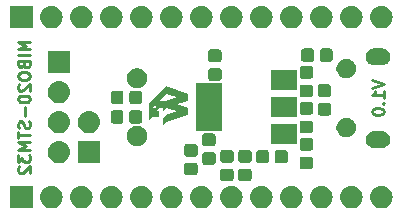
<source format=gbs>
G04 #@! TF.GenerationSoftware,KiCad,Pcbnew,(5.0.0)*
G04 #@! TF.CreationDate,2018-10-21T19:05:11+02:00*
G04 #@! TF.ProjectId,mibo20_stm32,6D69626F32305F73746D33322E6B6963,V1.0*
G04 #@! TF.SameCoordinates,PX8198450PY53920b0*
G04 #@! TF.FileFunction,Soldermask,Bot*
G04 #@! TF.FilePolarity,Negative*
%FSLAX46Y46*%
G04 Gerber Fmt 4.6, Leading zero omitted, Abs format (unit mm)*
G04 Created by KiCad (PCBNEW (5.0.0)) date 10/21/18 19:05:11*
%MOMM*%
%LPD*%
G01*
G04 APERTURE LIST*
%ADD10C,0.100000*%
%ADD11C,0.250000*%
G04 APERTURE END LIST*
D10*
G36*
X13536000Y-7142000D02*
X15336000Y-7742000D01*
X15336000Y-8342000D01*
X14436000Y-8642000D01*
X15336000Y-8942000D01*
X15336000Y-9542000D01*
X13536000Y-10142000D01*
X13536000Y-9542000D01*
X14436000Y-9242000D01*
X13536000Y-8942000D01*
X13536000Y-8342000D01*
X14436000Y-8042000D01*
X13536000Y-7742000D01*
X13536000Y-7142000D01*
G37*
G36*
X12636000Y-8942000D02*
X12336000Y-8942000D01*
X12336000Y-9742000D01*
X12936000Y-9742000D01*
X12936000Y-9242000D01*
X12636000Y-9242000D01*
X12636000Y-8942000D01*
G37*
G36*
X13536000Y-8342000D02*
X12936000Y-8342000D01*
X12936000Y-8942000D01*
X13236000Y-8942000D01*
X13236000Y-8642000D01*
X13536000Y-8342000D01*
G37*
G36*
X13536000Y-8342000D02*
X13536000Y-8942000D01*
X13236000Y-9242000D01*
X13236000Y-8642000D01*
X13536000Y-8342000D01*
G37*
G36*
X13536000Y-7742000D02*
X12936000Y-8342000D01*
X12936000Y-8942000D01*
X12636000Y-9242000D01*
X12636000Y-8642000D01*
X12336000Y-8942000D01*
X12336000Y-9742000D01*
X12036000Y-10042000D01*
X12036000Y-8642000D01*
X13536000Y-7142000D01*
X13536000Y-7742000D01*
G37*
G36*
X13536000Y-9542000D02*
X13536000Y-10142000D01*
X13236000Y-10442000D01*
X13236000Y-9842000D01*
X13536000Y-9542000D01*
G37*
D11*
X30948380Y-6604190D02*
X31948380Y-6937523D01*
X30948380Y-7270857D01*
X31948380Y-8128000D02*
X31948380Y-7556571D01*
X31948380Y-7842285D02*
X30948380Y-7842285D01*
X31091238Y-7747047D01*
X31186476Y-7651809D01*
X31234095Y-7556571D01*
X31853142Y-8556571D02*
X31900761Y-8604190D01*
X31948380Y-8556571D01*
X31900761Y-8508952D01*
X31853142Y-8556571D01*
X31948380Y-8556571D01*
X30948380Y-9223238D02*
X30948380Y-9318476D01*
X30996000Y-9413714D01*
X31043619Y-9461333D01*
X31138857Y-9508952D01*
X31329333Y-9556571D01*
X31567428Y-9556571D01*
X31757904Y-9508952D01*
X31853142Y-9461333D01*
X31900761Y-9413714D01*
X31948380Y-9318476D01*
X31948380Y-9223238D01*
X31900761Y-9128000D01*
X31853142Y-9080380D01*
X31757904Y-9032761D01*
X31567428Y-8985142D01*
X31329333Y-8985142D01*
X31138857Y-9032761D01*
X31043619Y-9080380D01*
X30996000Y-9128000D01*
X30948380Y-9223238D01*
X1976380Y-3342380D02*
X976380Y-3342380D01*
X1690666Y-3675714D01*
X976380Y-4009047D01*
X1976380Y-4009047D01*
X1976380Y-4485238D02*
X976380Y-4485238D01*
X1452571Y-5294761D02*
X1500190Y-5437619D01*
X1547809Y-5485238D01*
X1643047Y-5532857D01*
X1785904Y-5532857D01*
X1881142Y-5485238D01*
X1928761Y-5437619D01*
X1976380Y-5342380D01*
X1976380Y-4961428D01*
X976380Y-4961428D01*
X976380Y-5294761D01*
X1024000Y-5390000D01*
X1071619Y-5437619D01*
X1166857Y-5485238D01*
X1262095Y-5485238D01*
X1357333Y-5437619D01*
X1404952Y-5390000D01*
X1452571Y-5294761D01*
X1452571Y-4961428D01*
X976380Y-6151904D02*
X976380Y-6342380D01*
X1024000Y-6437619D01*
X1119238Y-6532857D01*
X1309714Y-6580476D01*
X1643047Y-6580476D01*
X1833523Y-6532857D01*
X1928761Y-6437619D01*
X1976380Y-6342380D01*
X1976380Y-6151904D01*
X1928761Y-6056666D01*
X1833523Y-5961428D01*
X1643047Y-5913809D01*
X1309714Y-5913809D01*
X1119238Y-5961428D01*
X1024000Y-6056666D01*
X976380Y-6151904D01*
X1071619Y-6961428D02*
X1024000Y-7009047D01*
X976380Y-7104285D01*
X976380Y-7342380D01*
X1024000Y-7437619D01*
X1071619Y-7485238D01*
X1166857Y-7532857D01*
X1262095Y-7532857D01*
X1404952Y-7485238D01*
X1976380Y-6913809D01*
X1976380Y-7532857D01*
X976380Y-8151904D02*
X976380Y-8247142D01*
X1024000Y-8342380D01*
X1071619Y-8390000D01*
X1166857Y-8437619D01*
X1357333Y-8485238D01*
X1595428Y-8485238D01*
X1785904Y-8437619D01*
X1881142Y-8390000D01*
X1928761Y-8342380D01*
X1976380Y-8247142D01*
X1976380Y-8151904D01*
X1928761Y-8056666D01*
X1881142Y-8009047D01*
X1785904Y-7961428D01*
X1595428Y-7913809D01*
X1357333Y-7913809D01*
X1166857Y-7961428D01*
X1071619Y-8009047D01*
X1024000Y-8056666D01*
X976380Y-8151904D01*
X1595428Y-8913809D02*
X1595428Y-9675714D01*
X1928761Y-10104285D02*
X1976380Y-10247142D01*
X1976380Y-10485238D01*
X1928761Y-10580476D01*
X1881142Y-10628095D01*
X1785904Y-10675714D01*
X1690666Y-10675714D01*
X1595428Y-10628095D01*
X1547809Y-10580476D01*
X1500190Y-10485238D01*
X1452571Y-10294761D01*
X1404952Y-10199523D01*
X1357333Y-10151904D01*
X1262095Y-10104285D01*
X1166857Y-10104285D01*
X1071619Y-10151904D01*
X1024000Y-10199523D01*
X976380Y-10294761D01*
X976380Y-10532857D01*
X1024000Y-10675714D01*
X976380Y-10961428D02*
X976380Y-11532857D01*
X1976380Y-11247142D02*
X976380Y-11247142D01*
X1976380Y-11866190D02*
X976380Y-11866190D01*
X1690666Y-12199523D01*
X976380Y-12532857D01*
X1976380Y-12532857D01*
X976380Y-12913809D02*
X976380Y-13532857D01*
X1357333Y-13199523D01*
X1357333Y-13342380D01*
X1404952Y-13437619D01*
X1452571Y-13485238D01*
X1547809Y-13532857D01*
X1785904Y-13532857D01*
X1881142Y-13485238D01*
X1928761Y-13437619D01*
X1976380Y-13342380D01*
X1976380Y-13056666D01*
X1928761Y-12961428D01*
X1881142Y-12913809D01*
X1071619Y-13913809D02*
X1024000Y-13961428D01*
X976380Y-14056666D01*
X976380Y-14294761D01*
X1024000Y-14390000D01*
X1071619Y-14437619D01*
X1166857Y-14485238D01*
X1262095Y-14485238D01*
X1404952Y-14437619D01*
X1976380Y-13866190D01*
X1976380Y-14485238D01*
D10*
G36*
X16696233Y-15573746D02*
X16875309Y-15628068D01*
X17040346Y-15716282D01*
X17185002Y-15834999D01*
X17303719Y-15979655D01*
X17391933Y-16144692D01*
X17446255Y-16323768D01*
X17464597Y-16510000D01*
X17446255Y-16696232D01*
X17391933Y-16875308D01*
X17303719Y-17040345D01*
X17185002Y-17185001D01*
X17040346Y-17303718D01*
X17040344Y-17303719D01*
X16875309Y-17391932D01*
X16696233Y-17446254D01*
X16556667Y-17460000D01*
X16463335Y-17460000D01*
X16323769Y-17446254D01*
X16144693Y-17391932D01*
X15979658Y-17303719D01*
X15979656Y-17303718D01*
X15835000Y-17185001D01*
X15716283Y-17040345D01*
X15628069Y-16875308D01*
X15573747Y-16696232D01*
X15555405Y-16510000D01*
X15573747Y-16323768D01*
X15628069Y-16144692D01*
X15716283Y-15979655D01*
X15835000Y-15834999D01*
X15979656Y-15716282D01*
X16144693Y-15628068D01*
X16323769Y-15573746D01*
X16463335Y-15560000D01*
X16556667Y-15560000D01*
X16696233Y-15573746D01*
X16696233Y-15573746D01*
G37*
G36*
X29396233Y-15573746D02*
X29575309Y-15628068D01*
X29740346Y-15716282D01*
X29885002Y-15834999D01*
X30003719Y-15979655D01*
X30091933Y-16144692D01*
X30146255Y-16323768D01*
X30164597Y-16510000D01*
X30146255Y-16696232D01*
X30091933Y-16875308D01*
X30003719Y-17040345D01*
X29885002Y-17185001D01*
X29740346Y-17303718D01*
X29740344Y-17303719D01*
X29575309Y-17391932D01*
X29396233Y-17446254D01*
X29256667Y-17460000D01*
X29163335Y-17460000D01*
X29023769Y-17446254D01*
X28844693Y-17391932D01*
X28679658Y-17303719D01*
X28679656Y-17303718D01*
X28535000Y-17185001D01*
X28416283Y-17040345D01*
X28328069Y-16875308D01*
X28273747Y-16696232D01*
X28255405Y-16510000D01*
X28273747Y-16323768D01*
X28328069Y-16144692D01*
X28416283Y-15979655D01*
X28535000Y-15834999D01*
X28679656Y-15716282D01*
X28844693Y-15628068D01*
X29023769Y-15573746D01*
X29163335Y-15560000D01*
X29256667Y-15560000D01*
X29396233Y-15573746D01*
X29396233Y-15573746D01*
G37*
G36*
X2220001Y-17460000D02*
X320001Y-17460000D01*
X320001Y-15560000D01*
X2220001Y-15560000D01*
X2220001Y-17460000D01*
X2220001Y-17460000D01*
G37*
G36*
X3996233Y-15573746D02*
X4175309Y-15628068D01*
X4340346Y-15716282D01*
X4485002Y-15834999D01*
X4603719Y-15979655D01*
X4691933Y-16144692D01*
X4746255Y-16323768D01*
X4764597Y-16510000D01*
X4746255Y-16696232D01*
X4691933Y-16875308D01*
X4603719Y-17040345D01*
X4485002Y-17185001D01*
X4340346Y-17303718D01*
X4340344Y-17303719D01*
X4175309Y-17391932D01*
X3996233Y-17446254D01*
X3856667Y-17460000D01*
X3763335Y-17460000D01*
X3623769Y-17446254D01*
X3444693Y-17391932D01*
X3279658Y-17303719D01*
X3279656Y-17303718D01*
X3135000Y-17185001D01*
X3016283Y-17040345D01*
X2928069Y-16875308D01*
X2873747Y-16696232D01*
X2855405Y-16510000D01*
X2873747Y-16323768D01*
X2928069Y-16144692D01*
X3016283Y-15979655D01*
X3135000Y-15834999D01*
X3279656Y-15716282D01*
X3444693Y-15628068D01*
X3623769Y-15573746D01*
X3763335Y-15560000D01*
X3856667Y-15560000D01*
X3996233Y-15573746D01*
X3996233Y-15573746D01*
G37*
G36*
X6536233Y-15573746D02*
X6715309Y-15628068D01*
X6880346Y-15716282D01*
X7025002Y-15834999D01*
X7143719Y-15979655D01*
X7231933Y-16144692D01*
X7286255Y-16323768D01*
X7304597Y-16510000D01*
X7286255Y-16696232D01*
X7231933Y-16875308D01*
X7143719Y-17040345D01*
X7025002Y-17185001D01*
X6880346Y-17303718D01*
X6880344Y-17303719D01*
X6715309Y-17391932D01*
X6536233Y-17446254D01*
X6396667Y-17460000D01*
X6303335Y-17460000D01*
X6163769Y-17446254D01*
X5984693Y-17391932D01*
X5819658Y-17303719D01*
X5819656Y-17303718D01*
X5675000Y-17185001D01*
X5556283Y-17040345D01*
X5468069Y-16875308D01*
X5413747Y-16696232D01*
X5395405Y-16510000D01*
X5413747Y-16323768D01*
X5468069Y-16144692D01*
X5556283Y-15979655D01*
X5675000Y-15834999D01*
X5819656Y-15716282D01*
X5984693Y-15628068D01*
X6163769Y-15573746D01*
X6303335Y-15560000D01*
X6396667Y-15560000D01*
X6536233Y-15573746D01*
X6536233Y-15573746D01*
G37*
G36*
X9076233Y-15573746D02*
X9255309Y-15628068D01*
X9420346Y-15716282D01*
X9565002Y-15834999D01*
X9683719Y-15979655D01*
X9771933Y-16144692D01*
X9826255Y-16323768D01*
X9844597Y-16510000D01*
X9826255Y-16696232D01*
X9771933Y-16875308D01*
X9683719Y-17040345D01*
X9565002Y-17185001D01*
X9420346Y-17303718D01*
X9420344Y-17303719D01*
X9255309Y-17391932D01*
X9076233Y-17446254D01*
X8936667Y-17460000D01*
X8843335Y-17460000D01*
X8703769Y-17446254D01*
X8524693Y-17391932D01*
X8359658Y-17303719D01*
X8359656Y-17303718D01*
X8215000Y-17185001D01*
X8096283Y-17040345D01*
X8008069Y-16875308D01*
X7953747Y-16696232D01*
X7935405Y-16510000D01*
X7953747Y-16323768D01*
X8008069Y-16144692D01*
X8096283Y-15979655D01*
X8215000Y-15834999D01*
X8359656Y-15716282D01*
X8524693Y-15628068D01*
X8703769Y-15573746D01*
X8843335Y-15560000D01*
X8936667Y-15560000D01*
X9076233Y-15573746D01*
X9076233Y-15573746D01*
G37*
G36*
X11616233Y-15573746D02*
X11795309Y-15628068D01*
X11960346Y-15716282D01*
X12105002Y-15834999D01*
X12223719Y-15979655D01*
X12311933Y-16144692D01*
X12366255Y-16323768D01*
X12384597Y-16510000D01*
X12366255Y-16696232D01*
X12311933Y-16875308D01*
X12223719Y-17040345D01*
X12105002Y-17185001D01*
X11960346Y-17303718D01*
X11960344Y-17303719D01*
X11795309Y-17391932D01*
X11616233Y-17446254D01*
X11476667Y-17460000D01*
X11383335Y-17460000D01*
X11243769Y-17446254D01*
X11064693Y-17391932D01*
X10899658Y-17303719D01*
X10899656Y-17303718D01*
X10755000Y-17185001D01*
X10636283Y-17040345D01*
X10548069Y-16875308D01*
X10493747Y-16696232D01*
X10475405Y-16510000D01*
X10493747Y-16323768D01*
X10548069Y-16144692D01*
X10636283Y-15979655D01*
X10755000Y-15834999D01*
X10899656Y-15716282D01*
X11064693Y-15628068D01*
X11243769Y-15573746D01*
X11383335Y-15560000D01*
X11476667Y-15560000D01*
X11616233Y-15573746D01*
X11616233Y-15573746D01*
G37*
G36*
X31936233Y-15573746D02*
X32115309Y-15628068D01*
X32280346Y-15716282D01*
X32425002Y-15834999D01*
X32543719Y-15979655D01*
X32631933Y-16144692D01*
X32686255Y-16323768D01*
X32704597Y-16510000D01*
X32686255Y-16696232D01*
X32631933Y-16875308D01*
X32543719Y-17040345D01*
X32425002Y-17185001D01*
X32280346Y-17303718D01*
X32280344Y-17303719D01*
X32115309Y-17391932D01*
X31936233Y-17446254D01*
X31796667Y-17460000D01*
X31703335Y-17460000D01*
X31563769Y-17446254D01*
X31384693Y-17391932D01*
X31219658Y-17303719D01*
X31219656Y-17303718D01*
X31075000Y-17185001D01*
X30956283Y-17040345D01*
X30868069Y-16875308D01*
X30813747Y-16696232D01*
X30795405Y-16510000D01*
X30813747Y-16323768D01*
X30868069Y-16144692D01*
X30956283Y-15979655D01*
X31075000Y-15834999D01*
X31219656Y-15716282D01*
X31384693Y-15628068D01*
X31563769Y-15573746D01*
X31703335Y-15560000D01*
X31796667Y-15560000D01*
X31936233Y-15573746D01*
X31936233Y-15573746D01*
G37*
G36*
X26856233Y-15573746D02*
X27035309Y-15628068D01*
X27200346Y-15716282D01*
X27345002Y-15834999D01*
X27463719Y-15979655D01*
X27551933Y-16144692D01*
X27606255Y-16323768D01*
X27624597Y-16510000D01*
X27606255Y-16696232D01*
X27551933Y-16875308D01*
X27463719Y-17040345D01*
X27345002Y-17185001D01*
X27200346Y-17303718D01*
X27200344Y-17303719D01*
X27035309Y-17391932D01*
X26856233Y-17446254D01*
X26716667Y-17460000D01*
X26623335Y-17460000D01*
X26483769Y-17446254D01*
X26304693Y-17391932D01*
X26139658Y-17303719D01*
X26139656Y-17303718D01*
X25995000Y-17185001D01*
X25876283Y-17040345D01*
X25788069Y-16875308D01*
X25733747Y-16696232D01*
X25715405Y-16510000D01*
X25733747Y-16323768D01*
X25788069Y-16144692D01*
X25876283Y-15979655D01*
X25995000Y-15834999D01*
X26139656Y-15716282D01*
X26304693Y-15628068D01*
X26483769Y-15573746D01*
X26623335Y-15560000D01*
X26716667Y-15560000D01*
X26856233Y-15573746D01*
X26856233Y-15573746D01*
G37*
G36*
X24316233Y-15573746D02*
X24495309Y-15628068D01*
X24660346Y-15716282D01*
X24805002Y-15834999D01*
X24923719Y-15979655D01*
X25011933Y-16144692D01*
X25066255Y-16323768D01*
X25084597Y-16510000D01*
X25066255Y-16696232D01*
X25011933Y-16875308D01*
X24923719Y-17040345D01*
X24805002Y-17185001D01*
X24660346Y-17303718D01*
X24660344Y-17303719D01*
X24495309Y-17391932D01*
X24316233Y-17446254D01*
X24176667Y-17460000D01*
X24083335Y-17460000D01*
X23943769Y-17446254D01*
X23764693Y-17391932D01*
X23599658Y-17303719D01*
X23599656Y-17303718D01*
X23455000Y-17185001D01*
X23336283Y-17040345D01*
X23248069Y-16875308D01*
X23193747Y-16696232D01*
X23175405Y-16510000D01*
X23193747Y-16323768D01*
X23248069Y-16144692D01*
X23336283Y-15979655D01*
X23455000Y-15834999D01*
X23599656Y-15716282D01*
X23764693Y-15628068D01*
X23943769Y-15573746D01*
X24083335Y-15560000D01*
X24176667Y-15560000D01*
X24316233Y-15573746D01*
X24316233Y-15573746D01*
G37*
G36*
X21776233Y-15573746D02*
X21955309Y-15628068D01*
X22120346Y-15716282D01*
X22265002Y-15834999D01*
X22383719Y-15979655D01*
X22471933Y-16144692D01*
X22526255Y-16323768D01*
X22544597Y-16510000D01*
X22526255Y-16696232D01*
X22471933Y-16875308D01*
X22383719Y-17040345D01*
X22265002Y-17185001D01*
X22120346Y-17303718D01*
X22120344Y-17303719D01*
X21955309Y-17391932D01*
X21776233Y-17446254D01*
X21636667Y-17460000D01*
X21543335Y-17460000D01*
X21403769Y-17446254D01*
X21224693Y-17391932D01*
X21059658Y-17303719D01*
X21059656Y-17303718D01*
X20915000Y-17185001D01*
X20796283Y-17040345D01*
X20708069Y-16875308D01*
X20653747Y-16696232D01*
X20635405Y-16510000D01*
X20653747Y-16323768D01*
X20708069Y-16144692D01*
X20796283Y-15979655D01*
X20915000Y-15834999D01*
X21059656Y-15716282D01*
X21224693Y-15628068D01*
X21403769Y-15573746D01*
X21543335Y-15560000D01*
X21636667Y-15560000D01*
X21776233Y-15573746D01*
X21776233Y-15573746D01*
G37*
G36*
X19236233Y-15573746D02*
X19415309Y-15628068D01*
X19580346Y-15716282D01*
X19725002Y-15834999D01*
X19843719Y-15979655D01*
X19931933Y-16144692D01*
X19986255Y-16323768D01*
X20004597Y-16510000D01*
X19986255Y-16696232D01*
X19931933Y-16875308D01*
X19843719Y-17040345D01*
X19725002Y-17185001D01*
X19580346Y-17303718D01*
X19580344Y-17303719D01*
X19415309Y-17391932D01*
X19236233Y-17446254D01*
X19096667Y-17460000D01*
X19003335Y-17460000D01*
X18863769Y-17446254D01*
X18684693Y-17391932D01*
X18519658Y-17303719D01*
X18519656Y-17303718D01*
X18375000Y-17185001D01*
X18256283Y-17040345D01*
X18168069Y-16875308D01*
X18113747Y-16696232D01*
X18095405Y-16510000D01*
X18113747Y-16323768D01*
X18168069Y-16144692D01*
X18256283Y-15979655D01*
X18375000Y-15834999D01*
X18519656Y-15716282D01*
X18684693Y-15628068D01*
X18863769Y-15573746D01*
X19003335Y-15560000D01*
X19096667Y-15560000D01*
X19236233Y-15573746D01*
X19236233Y-15573746D01*
G37*
G36*
X14156233Y-15573746D02*
X14335309Y-15628068D01*
X14500346Y-15716282D01*
X14645002Y-15834999D01*
X14763719Y-15979655D01*
X14851933Y-16144692D01*
X14906255Y-16323768D01*
X14924597Y-16510000D01*
X14906255Y-16696232D01*
X14851933Y-16875308D01*
X14763719Y-17040345D01*
X14645002Y-17185001D01*
X14500346Y-17303718D01*
X14500344Y-17303719D01*
X14335309Y-17391932D01*
X14156233Y-17446254D01*
X14016667Y-17460000D01*
X13923335Y-17460000D01*
X13783769Y-17446254D01*
X13604693Y-17391932D01*
X13439658Y-17303719D01*
X13439656Y-17303718D01*
X13295000Y-17185001D01*
X13176283Y-17040345D01*
X13088069Y-16875308D01*
X13033747Y-16696232D01*
X13015405Y-16510000D01*
X13033747Y-16323768D01*
X13088069Y-16144692D01*
X13176283Y-15979655D01*
X13295000Y-15834999D01*
X13439656Y-15716282D01*
X13604693Y-15628068D01*
X13783769Y-15573746D01*
X13923335Y-15560000D01*
X14016667Y-15560000D01*
X14156233Y-15573746D01*
X14156233Y-15573746D01*
G37*
G36*
X20571756Y-14097920D02*
X20617436Y-14111777D01*
X20659537Y-14134281D01*
X20696437Y-14164563D01*
X20726719Y-14201463D01*
X20749223Y-14243564D01*
X20763080Y-14289244D01*
X20768000Y-14339204D01*
X20768000Y-14921796D01*
X20763080Y-14971756D01*
X20749223Y-15017436D01*
X20726719Y-15059537D01*
X20696437Y-15096437D01*
X20659537Y-15126719D01*
X20617436Y-15149223D01*
X20571756Y-15163080D01*
X20521796Y-15168000D01*
X19864204Y-15168000D01*
X19814244Y-15163080D01*
X19768564Y-15149223D01*
X19726463Y-15126719D01*
X19689563Y-15096437D01*
X19659281Y-15059537D01*
X19636777Y-15017436D01*
X19622920Y-14971756D01*
X19618000Y-14921796D01*
X19618000Y-14339204D01*
X19622920Y-14289244D01*
X19636777Y-14243564D01*
X19659281Y-14201463D01*
X19689563Y-14164563D01*
X19726463Y-14134281D01*
X19768564Y-14111777D01*
X19814244Y-14097920D01*
X19864204Y-14093000D01*
X20521796Y-14093000D01*
X20571756Y-14097920D01*
X20571756Y-14097920D01*
G37*
G36*
X19047756Y-14097920D02*
X19093436Y-14111777D01*
X19135537Y-14134281D01*
X19172437Y-14164563D01*
X19202719Y-14201463D01*
X19225223Y-14243564D01*
X19239080Y-14289244D01*
X19244000Y-14339204D01*
X19244000Y-14921796D01*
X19239080Y-14971756D01*
X19225223Y-15017436D01*
X19202719Y-15059537D01*
X19172437Y-15096437D01*
X19135537Y-15126719D01*
X19093436Y-15149223D01*
X19047756Y-15163080D01*
X18997796Y-15168000D01*
X18340204Y-15168000D01*
X18290244Y-15163080D01*
X18244564Y-15149223D01*
X18202463Y-15126719D01*
X18165563Y-15096437D01*
X18135281Y-15059537D01*
X18112777Y-15017436D01*
X18098920Y-14971756D01*
X18094000Y-14921796D01*
X18094000Y-14339204D01*
X18098920Y-14289244D01*
X18112777Y-14243564D01*
X18135281Y-14201463D01*
X18165563Y-14164563D01*
X18202463Y-14134281D01*
X18244564Y-14111777D01*
X18290244Y-14097920D01*
X18340204Y-14093000D01*
X18997796Y-14093000D01*
X19047756Y-14097920D01*
X19047756Y-14097920D01*
G37*
G36*
X15999756Y-13589920D02*
X16045436Y-13603777D01*
X16087537Y-13626281D01*
X16124437Y-13656563D01*
X16154719Y-13693463D01*
X16177223Y-13735564D01*
X16191080Y-13781244D01*
X16196000Y-13831204D01*
X16196000Y-14413796D01*
X16191080Y-14463756D01*
X16177223Y-14509436D01*
X16154719Y-14551537D01*
X16124437Y-14588437D01*
X16087537Y-14618719D01*
X16045436Y-14641223D01*
X15999756Y-14655080D01*
X15949796Y-14660000D01*
X15292204Y-14660000D01*
X15242244Y-14655080D01*
X15196564Y-14641223D01*
X15154463Y-14618719D01*
X15117563Y-14588437D01*
X15087281Y-14551537D01*
X15064777Y-14509436D01*
X15050920Y-14463756D01*
X15046000Y-14413796D01*
X15046000Y-13831204D01*
X15050920Y-13781244D01*
X15064777Y-13735564D01*
X15087281Y-13693463D01*
X15117563Y-13656563D01*
X15154463Y-13626281D01*
X15196564Y-13603777D01*
X15242244Y-13589920D01*
X15292204Y-13585000D01*
X15949796Y-13585000D01*
X15999756Y-13589920D01*
X15999756Y-13589920D01*
G37*
G36*
X25778756Y-13081920D02*
X25824436Y-13095777D01*
X25866537Y-13118281D01*
X25903437Y-13148563D01*
X25933719Y-13185463D01*
X25956223Y-13227564D01*
X25970080Y-13273244D01*
X25975000Y-13323204D01*
X25975000Y-13905796D01*
X25970080Y-13955756D01*
X25956223Y-14001436D01*
X25933719Y-14043537D01*
X25903437Y-14080437D01*
X25866537Y-14110719D01*
X25824436Y-14133223D01*
X25778756Y-14147080D01*
X25728796Y-14152000D01*
X25071204Y-14152000D01*
X25021244Y-14147080D01*
X24975564Y-14133223D01*
X24933463Y-14110719D01*
X24896563Y-14080437D01*
X24866281Y-14043537D01*
X24843777Y-14001436D01*
X24829920Y-13955756D01*
X24825000Y-13905796D01*
X24825000Y-13323204D01*
X24829920Y-13273244D01*
X24843777Y-13227564D01*
X24866281Y-13185463D01*
X24896563Y-13148563D01*
X24933463Y-13118281D01*
X24975564Y-13095777D01*
X25021244Y-13081920D01*
X25071204Y-13077000D01*
X25728796Y-13077000D01*
X25778756Y-13081920D01*
X25778756Y-13081920D01*
G37*
G36*
X17523756Y-12700920D02*
X17569436Y-12714777D01*
X17611537Y-12737281D01*
X17648437Y-12767563D01*
X17678719Y-12804463D01*
X17701223Y-12846564D01*
X17715080Y-12892244D01*
X17720000Y-12942204D01*
X17720000Y-13524796D01*
X17715080Y-13574756D01*
X17701223Y-13620436D01*
X17678719Y-13662537D01*
X17648437Y-13699437D01*
X17611537Y-13729719D01*
X17569436Y-13752223D01*
X17523756Y-13766080D01*
X17473796Y-13771000D01*
X16816204Y-13771000D01*
X16766244Y-13766080D01*
X16720564Y-13752223D01*
X16678463Y-13729719D01*
X16641563Y-13699437D01*
X16611281Y-13662537D01*
X16588777Y-13620436D01*
X16574920Y-13574756D01*
X16570000Y-13524796D01*
X16570000Y-12942204D01*
X16574920Y-12892244D01*
X16588777Y-12846564D01*
X16611281Y-12804463D01*
X16641563Y-12767563D01*
X16678463Y-12737281D01*
X16720564Y-12714777D01*
X16766244Y-12700920D01*
X16816204Y-12696000D01*
X17473796Y-12696000D01*
X17523756Y-12700920D01*
X17523756Y-12700920D01*
G37*
G36*
X22032756Y-12510920D02*
X22078436Y-12524777D01*
X22120537Y-12547281D01*
X22157437Y-12577563D01*
X22187719Y-12614463D01*
X22210223Y-12656564D01*
X22224080Y-12702244D01*
X22229000Y-12752204D01*
X22229000Y-13409796D01*
X22224080Y-13459756D01*
X22210223Y-13505436D01*
X22187719Y-13547537D01*
X22157437Y-13584437D01*
X22120537Y-13614719D01*
X22078436Y-13637223D01*
X22032756Y-13651080D01*
X21982796Y-13656000D01*
X21400204Y-13656000D01*
X21350244Y-13651080D01*
X21304564Y-13637223D01*
X21262463Y-13614719D01*
X21225563Y-13584437D01*
X21195281Y-13547537D01*
X21172777Y-13505436D01*
X21158920Y-13459756D01*
X21154000Y-13409796D01*
X21154000Y-12752204D01*
X21158920Y-12702244D01*
X21172777Y-12656564D01*
X21195281Y-12614463D01*
X21225563Y-12577563D01*
X21262463Y-12547281D01*
X21304564Y-12524777D01*
X21350244Y-12510920D01*
X21400204Y-12506000D01*
X21982796Y-12506000D01*
X22032756Y-12510920D01*
X22032756Y-12510920D01*
G37*
G36*
X23607756Y-12510920D02*
X23653436Y-12524777D01*
X23695537Y-12547281D01*
X23732437Y-12577563D01*
X23762719Y-12614463D01*
X23785223Y-12656564D01*
X23799080Y-12702244D01*
X23804000Y-12752204D01*
X23804000Y-13409796D01*
X23799080Y-13459756D01*
X23785223Y-13505436D01*
X23762719Y-13547537D01*
X23732437Y-13584437D01*
X23695537Y-13614719D01*
X23653436Y-13637223D01*
X23607756Y-13651080D01*
X23557796Y-13656000D01*
X22975204Y-13656000D01*
X22925244Y-13651080D01*
X22879564Y-13637223D01*
X22837463Y-13614719D01*
X22800563Y-13584437D01*
X22770281Y-13547537D01*
X22747777Y-13505436D01*
X22733920Y-13459756D01*
X22729000Y-13409796D01*
X22729000Y-12752204D01*
X22733920Y-12702244D01*
X22747777Y-12656564D01*
X22770281Y-12614463D01*
X22800563Y-12577563D01*
X22837463Y-12547281D01*
X22879564Y-12524777D01*
X22925244Y-12510920D01*
X22975204Y-12506000D01*
X23557796Y-12506000D01*
X23607756Y-12510920D01*
X23607756Y-12510920D01*
G37*
G36*
X4631232Y-11763746D02*
X4810308Y-11818068D01*
X4975345Y-11906282D01*
X5120001Y-12024999D01*
X5238718Y-12169655D01*
X5326932Y-12334692D01*
X5381254Y-12513768D01*
X5399596Y-12700000D01*
X5381254Y-12886232D01*
X5326932Y-13065308D01*
X5238718Y-13230345D01*
X5120001Y-13375001D01*
X4975345Y-13493718D01*
X4975343Y-13493719D01*
X4810308Y-13581932D01*
X4631232Y-13636254D01*
X4491666Y-13650000D01*
X4398334Y-13650000D01*
X4258768Y-13636254D01*
X4079692Y-13581932D01*
X3914657Y-13493719D01*
X3914655Y-13493718D01*
X3769999Y-13375001D01*
X3651282Y-13230345D01*
X3563068Y-13065308D01*
X3508746Y-12886232D01*
X3490404Y-12700000D01*
X3508746Y-12513768D01*
X3563068Y-12334692D01*
X3651282Y-12169655D01*
X3769999Y-12024999D01*
X3914655Y-11906282D01*
X4079692Y-11818068D01*
X4258768Y-11763746D01*
X4398334Y-11750000D01*
X4491666Y-11750000D01*
X4631232Y-11763746D01*
X4631232Y-11763746D01*
G37*
G36*
X7935000Y-13650000D02*
X6035000Y-13650000D01*
X6035000Y-11750000D01*
X7935000Y-11750000D01*
X7935000Y-13650000D01*
X7935000Y-13650000D01*
G37*
G36*
X19047756Y-12522920D02*
X19093436Y-12536777D01*
X19135537Y-12559281D01*
X19172437Y-12589563D01*
X19202719Y-12626463D01*
X19225223Y-12668564D01*
X19239080Y-12714244D01*
X19244000Y-12764204D01*
X19244000Y-13346796D01*
X19239080Y-13396756D01*
X19225223Y-13442436D01*
X19202719Y-13484537D01*
X19172437Y-13521437D01*
X19135537Y-13551719D01*
X19093436Y-13574223D01*
X19047756Y-13588080D01*
X18997796Y-13593000D01*
X18340204Y-13593000D01*
X18290244Y-13588080D01*
X18244564Y-13574223D01*
X18202463Y-13551719D01*
X18165563Y-13521437D01*
X18135281Y-13484537D01*
X18112777Y-13442436D01*
X18098920Y-13396756D01*
X18094000Y-13346796D01*
X18094000Y-12764204D01*
X18098920Y-12714244D01*
X18112777Y-12668564D01*
X18135281Y-12626463D01*
X18165563Y-12589563D01*
X18202463Y-12559281D01*
X18244564Y-12536777D01*
X18290244Y-12522920D01*
X18340204Y-12518000D01*
X18997796Y-12518000D01*
X19047756Y-12522920D01*
X19047756Y-12522920D01*
G37*
G36*
X20571756Y-12522920D02*
X20617436Y-12536777D01*
X20659537Y-12559281D01*
X20696437Y-12589563D01*
X20726719Y-12626463D01*
X20749223Y-12668564D01*
X20763080Y-12714244D01*
X20768000Y-12764204D01*
X20768000Y-13346796D01*
X20763080Y-13396756D01*
X20749223Y-13442436D01*
X20726719Y-13484537D01*
X20696437Y-13521437D01*
X20659537Y-13551719D01*
X20617436Y-13574223D01*
X20571756Y-13588080D01*
X20521796Y-13593000D01*
X19864204Y-13593000D01*
X19814244Y-13588080D01*
X19768564Y-13574223D01*
X19726463Y-13551719D01*
X19689563Y-13521437D01*
X19659281Y-13484537D01*
X19636777Y-13442436D01*
X19622920Y-13396756D01*
X19618000Y-13346796D01*
X19618000Y-12764204D01*
X19622920Y-12714244D01*
X19636777Y-12668564D01*
X19659281Y-12626463D01*
X19689563Y-12589563D01*
X19726463Y-12559281D01*
X19768564Y-12536777D01*
X19814244Y-12522920D01*
X19864204Y-12518000D01*
X20521796Y-12518000D01*
X20571756Y-12522920D01*
X20571756Y-12522920D01*
G37*
G36*
X15999756Y-12014920D02*
X16045436Y-12028777D01*
X16087537Y-12051281D01*
X16124437Y-12081563D01*
X16154719Y-12118463D01*
X16177223Y-12160564D01*
X16191080Y-12206244D01*
X16196000Y-12256204D01*
X16196000Y-12838796D01*
X16191080Y-12888756D01*
X16177223Y-12934436D01*
X16154719Y-12976537D01*
X16124437Y-13013437D01*
X16087537Y-13043719D01*
X16045436Y-13066223D01*
X15999756Y-13080080D01*
X15949796Y-13085000D01*
X15292204Y-13085000D01*
X15242244Y-13080080D01*
X15196564Y-13066223D01*
X15154463Y-13043719D01*
X15117563Y-13013437D01*
X15087281Y-12976537D01*
X15064777Y-12934436D01*
X15050920Y-12888756D01*
X15046000Y-12838796D01*
X15046000Y-12256204D01*
X15050920Y-12206244D01*
X15064777Y-12160564D01*
X15087281Y-12118463D01*
X15117563Y-12081563D01*
X15154463Y-12051281D01*
X15196564Y-12028777D01*
X15242244Y-12014920D01*
X15292204Y-12010000D01*
X15949796Y-12010000D01*
X15999756Y-12014920D01*
X15999756Y-12014920D01*
G37*
G36*
X25778756Y-11506920D02*
X25824436Y-11520777D01*
X25866537Y-11543281D01*
X25903437Y-11573563D01*
X25933719Y-11610463D01*
X25956223Y-11652564D01*
X25970080Y-11698244D01*
X25975000Y-11748204D01*
X25975000Y-12330796D01*
X25970080Y-12380756D01*
X25956223Y-12426436D01*
X25933719Y-12468537D01*
X25903437Y-12505437D01*
X25866537Y-12535719D01*
X25824436Y-12558223D01*
X25778756Y-12572080D01*
X25728796Y-12577000D01*
X25071204Y-12577000D01*
X25021244Y-12572080D01*
X24975564Y-12558223D01*
X24933463Y-12535719D01*
X24896563Y-12505437D01*
X24866281Y-12468537D01*
X24843777Y-12426436D01*
X24829920Y-12380756D01*
X24825000Y-12330796D01*
X24825000Y-11748204D01*
X24829920Y-11698244D01*
X24843777Y-11652564D01*
X24866281Y-11610463D01*
X24896563Y-11573563D01*
X24933463Y-11543281D01*
X24975564Y-11520777D01*
X25021244Y-11506920D01*
X25071204Y-11502000D01*
X25728796Y-11502000D01*
X25778756Y-11506920D01*
X25778756Y-11506920D01*
G37*
G36*
X31950724Y-10938128D02*
X32082675Y-10978155D01*
X32204281Y-11043155D01*
X32310870Y-11130630D01*
X32398345Y-11237219D01*
X32463345Y-11358825D01*
X32503372Y-11490776D01*
X32516887Y-11628000D01*
X32503372Y-11765224D01*
X32463345Y-11897175D01*
X32398345Y-12018781D01*
X32310870Y-12125370D01*
X32204281Y-12212845D01*
X32082675Y-12277845D01*
X31950724Y-12317872D01*
X31847890Y-12328000D01*
X31079110Y-12328000D01*
X30976276Y-12317872D01*
X30844325Y-12277845D01*
X30722719Y-12212845D01*
X30616130Y-12125370D01*
X30528655Y-12018781D01*
X30463655Y-11897175D01*
X30423628Y-11765224D01*
X30410113Y-11628000D01*
X30423628Y-11490776D01*
X30463655Y-11358825D01*
X30528655Y-11237219D01*
X30616130Y-11130630D01*
X30722719Y-11043155D01*
X30844325Y-10978155D01*
X30976276Y-10938128D01*
X31079110Y-10928000D01*
X31847890Y-10928000D01*
X31950724Y-10938128D01*
X31950724Y-10938128D01*
G37*
G36*
X17523756Y-11125920D02*
X17569436Y-11139777D01*
X17611537Y-11162281D01*
X17648437Y-11192563D01*
X17678719Y-11229463D01*
X17701223Y-11271564D01*
X17715080Y-11317244D01*
X17720000Y-11367204D01*
X17720000Y-11949796D01*
X17715080Y-11999756D01*
X17701223Y-12045436D01*
X17678719Y-12087537D01*
X17648437Y-12124437D01*
X17611537Y-12154719D01*
X17569436Y-12177223D01*
X17523756Y-12191080D01*
X17473796Y-12196000D01*
X16816204Y-12196000D01*
X16766244Y-12191080D01*
X16720564Y-12177223D01*
X16678463Y-12154719D01*
X16641563Y-12124437D01*
X16611281Y-12087537D01*
X16588777Y-12045436D01*
X16574920Y-11999756D01*
X16570000Y-11949796D01*
X16570000Y-11367204D01*
X16574920Y-11317244D01*
X16588777Y-11271564D01*
X16611281Y-11229463D01*
X16641563Y-11192563D01*
X16678463Y-11162281D01*
X16720564Y-11139777D01*
X16766244Y-11125920D01*
X16816204Y-11121000D01*
X17473796Y-11121000D01*
X17523756Y-11125920D01*
X17523756Y-11125920D01*
G37*
G36*
X11296934Y-10511064D02*
X11451625Y-10575139D01*
X11590846Y-10668163D01*
X11709237Y-10786554D01*
X11802261Y-10925775D01*
X11866336Y-11080466D01*
X11899000Y-11244681D01*
X11899000Y-11412119D01*
X11866336Y-11576334D01*
X11802261Y-11731025D01*
X11709237Y-11870246D01*
X11590846Y-11988637D01*
X11451625Y-12081661D01*
X11296934Y-12145736D01*
X11132719Y-12178400D01*
X10965281Y-12178400D01*
X10801066Y-12145736D01*
X10646375Y-12081661D01*
X10507154Y-11988637D01*
X10388763Y-11870246D01*
X10295739Y-11731025D01*
X10231664Y-11576334D01*
X10199000Y-11412119D01*
X10199000Y-11244681D01*
X10231664Y-11080466D01*
X10295739Y-10925775D01*
X10388763Y-10786554D01*
X10507154Y-10668163D01*
X10646375Y-10575139D01*
X10801066Y-10511064D01*
X10965281Y-10478400D01*
X11132719Y-10478400D01*
X11296934Y-10511064D01*
X11296934Y-10511064D01*
G37*
G36*
X24570000Y-12040000D02*
X22370000Y-12040000D01*
X22370000Y-10340000D01*
X24570000Y-10340000D01*
X24570000Y-12040000D01*
X24570000Y-12040000D01*
G37*
G36*
X28924449Y-9818852D02*
X29004144Y-9834704D01*
X29154284Y-9896894D01*
X29154285Y-9896895D01*
X29289408Y-9987181D01*
X29404319Y-10102092D01*
X29443012Y-10160000D01*
X29494606Y-10237216D01*
X29556796Y-10387356D01*
X29588500Y-10546745D01*
X29588500Y-10709255D01*
X29556796Y-10868644D01*
X29494606Y-11018784D01*
X29494605Y-11018785D01*
X29404319Y-11153908D01*
X29289408Y-11268819D01*
X29199121Y-11329147D01*
X29154284Y-11359106D01*
X29004144Y-11421296D01*
X28844756Y-11453000D01*
X28682244Y-11453000D01*
X28602551Y-11437148D01*
X28522856Y-11421296D01*
X28372716Y-11359106D01*
X28327879Y-11329147D01*
X28237592Y-11268819D01*
X28122681Y-11153908D01*
X28032395Y-11018785D01*
X28032394Y-11018784D01*
X27970204Y-10868644D01*
X27938500Y-10709255D01*
X27938500Y-10546745D01*
X27970204Y-10387356D01*
X28032394Y-10237216D01*
X28083988Y-10160000D01*
X28122681Y-10102092D01*
X28237592Y-9987181D01*
X28372715Y-9896895D01*
X28372716Y-9896894D01*
X28522856Y-9834704D01*
X28682244Y-9803000D01*
X28844756Y-9803000D01*
X28924449Y-9818852D01*
X28924449Y-9818852D01*
G37*
G36*
X7171232Y-9223746D02*
X7350308Y-9278068D01*
X7515345Y-9366282D01*
X7660001Y-9484999D01*
X7778718Y-9629655D01*
X7866932Y-9794692D01*
X7921254Y-9973768D01*
X7939596Y-10160000D01*
X7921254Y-10346232D01*
X7866932Y-10525308D01*
X7778718Y-10690345D01*
X7660001Y-10835001D01*
X7515345Y-10953718D01*
X7469625Y-10978156D01*
X7350308Y-11041932D01*
X7171232Y-11096254D01*
X7031666Y-11110000D01*
X6938334Y-11110000D01*
X6798768Y-11096254D01*
X6619692Y-11041932D01*
X6500375Y-10978156D01*
X6454655Y-10953718D01*
X6309999Y-10835001D01*
X6191282Y-10690345D01*
X6103068Y-10525308D01*
X6048746Y-10346232D01*
X6030404Y-10160000D01*
X6048746Y-9973768D01*
X6103068Y-9794692D01*
X6191282Y-9629655D01*
X6309999Y-9484999D01*
X6454655Y-9366282D01*
X6619692Y-9278068D01*
X6798768Y-9223746D01*
X6938334Y-9210000D01*
X7031666Y-9210000D01*
X7171232Y-9223746D01*
X7171232Y-9223746D01*
G37*
G36*
X4631232Y-9223746D02*
X4810308Y-9278068D01*
X4975345Y-9366282D01*
X5120001Y-9484999D01*
X5238718Y-9629655D01*
X5326932Y-9794692D01*
X5381254Y-9973768D01*
X5399596Y-10160000D01*
X5381254Y-10346232D01*
X5326932Y-10525308D01*
X5238718Y-10690345D01*
X5120001Y-10835001D01*
X4975345Y-10953718D01*
X4929625Y-10978156D01*
X4810308Y-11041932D01*
X4631232Y-11096254D01*
X4491666Y-11110000D01*
X4398334Y-11110000D01*
X4258768Y-11096254D01*
X4079692Y-11041932D01*
X3960375Y-10978156D01*
X3914655Y-10953718D01*
X3769999Y-10835001D01*
X3651282Y-10690345D01*
X3563068Y-10525308D01*
X3508746Y-10346232D01*
X3490404Y-10160000D01*
X3508746Y-9973768D01*
X3563068Y-9794692D01*
X3651282Y-9629655D01*
X3769999Y-9484999D01*
X3914655Y-9366282D01*
X4079692Y-9278068D01*
X4258768Y-9223746D01*
X4398334Y-9210000D01*
X4491666Y-9210000D01*
X4631232Y-9223746D01*
X4631232Y-9223746D01*
G37*
G36*
X25778756Y-10033920D02*
X25824436Y-10047777D01*
X25866537Y-10070281D01*
X25903437Y-10100563D01*
X25933719Y-10137463D01*
X25956223Y-10179564D01*
X25970080Y-10225244D01*
X25975000Y-10275204D01*
X25975000Y-10857796D01*
X25970080Y-10907756D01*
X25956223Y-10953436D01*
X25933719Y-10995537D01*
X25903437Y-11032437D01*
X25866537Y-11062719D01*
X25824436Y-11085223D01*
X25778756Y-11099080D01*
X25728796Y-11104000D01*
X25071204Y-11104000D01*
X25021244Y-11099080D01*
X24975564Y-11085223D01*
X24933463Y-11062719D01*
X24896563Y-11032437D01*
X24866281Y-10995537D01*
X24843777Y-10953436D01*
X24829920Y-10907756D01*
X24825000Y-10857796D01*
X24825000Y-10275204D01*
X24829920Y-10225244D01*
X24843777Y-10179564D01*
X24866281Y-10137463D01*
X24896563Y-10100563D01*
X24933463Y-10070281D01*
X24975564Y-10047777D01*
X25021244Y-10033920D01*
X25071204Y-10029000D01*
X25728796Y-10029000D01*
X25778756Y-10033920D01*
X25778756Y-10033920D01*
G37*
G36*
X18270000Y-10890000D02*
X16070000Y-10890000D01*
X16070000Y-6890000D01*
X18270000Y-6890000D01*
X18270000Y-10890000D01*
X18270000Y-10890000D01*
G37*
G36*
X9713756Y-9145420D02*
X9759436Y-9159277D01*
X9801537Y-9181781D01*
X9838437Y-9212063D01*
X9868719Y-9248963D01*
X9891223Y-9291064D01*
X9905080Y-9336744D01*
X9910000Y-9386704D01*
X9910000Y-10044296D01*
X9905080Y-10094256D01*
X9891223Y-10139936D01*
X9868719Y-10182037D01*
X9838437Y-10218937D01*
X9801537Y-10249219D01*
X9759436Y-10271723D01*
X9713756Y-10285580D01*
X9663796Y-10290500D01*
X9081204Y-10290500D01*
X9031244Y-10285580D01*
X8985564Y-10271723D01*
X8943463Y-10249219D01*
X8906563Y-10218937D01*
X8876281Y-10182037D01*
X8853777Y-10139936D01*
X8839920Y-10094256D01*
X8835000Y-10044296D01*
X8835000Y-9386704D01*
X8839920Y-9336744D01*
X8853777Y-9291064D01*
X8876281Y-9248963D01*
X8906563Y-9212063D01*
X8943463Y-9181781D01*
X8985564Y-9159277D01*
X9031244Y-9145420D01*
X9081204Y-9140500D01*
X9663796Y-9140500D01*
X9713756Y-9145420D01*
X9713756Y-9145420D01*
G37*
G36*
X11288756Y-9145420D02*
X11334436Y-9159277D01*
X11376537Y-9181781D01*
X11413437Y-9212063D01*
X11443719Y-9248963D01*
X11466223Y-9291064D01*
X11480080Y-9336744D01*
X11485000Y-9386704D01*
X11485000Y-10044296D01*
X11480080Y-10094256D01*
X11466223Y-10139936D01*
X11443719Y-10182037D01*
X11413437Y-10218937D01*
X11376537Y-10249219D01*
X11334436Y-10271723D01*
X11288756Y-10285580D01*
X11238796Y-10290500D01*
X10656204Y-10290500D01*
X10606244Y-10285580D01*
X10560564Y-10271723D01*
X10518463Y-10249219D01*
X10481563Y-10218937D01*
X10451281Y-10182037D01*
X10428777Y-10139936D01*
X10414920Y-10094256D01*
X10410000Y-10044296D01*
X10410000Y-9386704D01*
X10414920Y-9336744D01*
X10428777Y-9291064D01*
X10451281Y-9248963D01*
X10481563Y-9212063D01*
X10518463Y-9181781D01*
X10560564Y-9159277D01*
X10606244Y-9145420D01*
X10656204Y-9140500D01*
X11238796Y-9140500D01*
X11288756Y-9145420D01*
X11288756Y-9145420D01*
G37*
G36*
X24570000Y-9740000D02*
X22370000Y-9740000D01*
X22370000Y-8040000D01*
X24570000Y-8040000D01*
X24570000Y-9740000D01*
X24570000Y-9740000D01*
G37*
G36*
X27302756Y-8535420D02*
X27348436Y-8549277D01*
X27390537Y-8571781D01*
X27427437Y-8602063D01*
X27457719Y-8638963D01*
X27480223Y-8681064D01*
X27494080Y-8726744D01*
X27499000Y-8776704D01*
X27499000Y-9359296D01*
X27494080Y-9409256D01*
X27480223Y-9454936D01*
X27457719Y-9497037D01*
X27427437Y-9533937D01*
X27390537Y-9564219D01*
X27348436Y-9586723D01*
X27302756Y-9600580D01*
X27252796Y-9605500D01*
X26595204Y-9605500D01*
X26545244Y-9600580D01*
X26499564Y-9586723D01*
X26457463Y-9564219D01*
X26420563Y-9533937D01*
X26390281Y-9497037D01*
X26367777Y-9454936D01*
X26353920Y-9409256D01*
X26349000Y-9359296D01*
X26349000Y-8776704D01*
X26353920Y-8726744D01*
X26367777Y-8681064D01*
X26390281Y-8638963D01*
X26420563Y-8602063D01*
X26457463Y-8571781D01*
X26499564Y-8549277D01*
X26545244Y-8535420D01*
X26595204Y-8530500D01*
X27252796Y-8530500D01*
X27302756Y-8535420D01*
X27302756Y-8535420D01*
G37*
G36*
X25778756Y-8458920D02*
X25824436Y-8472777D01*
X25866537Y-8495281D01*
X25903437Y-8525563D01*
X25933719Y-8562463D01*
X25956223Y-8604564D01*
X25970080Y-8650244D01*
X25975000Y-8700204D01*
X25975000Y-9282796D01*
X25970080Y-9332756D01*
X25956223Y-9378436D01*
X25933719Y-9420537D01*
X25903437Y-9457437D01*
X25866537Y-9487719D01*
X25824436Y-9510223D01*
X25778756Y-9524080D01*
X25728796Y-9529000D01*
X25071204Y-9529000D01*
X25021244Y-9524080D01*
X24975564Y-9510223D01*
X24933463Y-9487719D01*
X24896563Y-9457437D01*
X24866281Y-9420537D01*
X24843777Y-9378436D01*
X24829920Y-9332756D01*
X24825000Y-9282796D01*
X24825000Y-8700204D01*
X24829920Y-8650244D01*
X24843777Y-8604564D01*
X24866281Y-8562463D01*
X24896563Y-8525563D01*
X24933463Y-8495281D01*
X24975564Y-8472777D01*
X25021244Y-8458920D01*
X25071204Y-8454000D01*
X25728796Y-8454000D01*
X25778756Y-8458920D01*
X25778756Y-8458920D01*
G37*
G36*
X9713756Y-7494420D02*
X9759436Y-7508277D01*
X9801537Y-7530781D01*
X9838437Y-7561063D01*
X9868719Y-7597963D01*
X9891223Y-7640064D01*
X9905080Y-7685744D01*
X9910000Y-7735704D01*
X9910000Y-8393296D01*
X9905080Y-8443256D01*
X9891223Y-8488936D01*
X9868719Y-8531037D01*
X9838437Y-8567937D01*
X9801537Y-8598219D01*
X9759436Y-8620723D01*
X9713756Y-8634580D01*
X9663796Y-8639500D01*
X9081204Y-8639500D01*
X9031244Y-8634580D01*
X8985564Y-8620723D01*
X8943463Y-8598219D01*
X8906563Y-8567937D01*
X8876281Y-8531037D01*
X8853777Y-8488936D01*
X8839920Y-8443256D01*
X8835000Y-8393296D01*
X8835000Y-7735704D01*
X8839920Y-7685744D01*
X8853777Y-7640064D01*
X8876281Y-7597963D01*
X8906563Y-7561063D01*
X8943463Y-7530781D01*
X8985564Y-7508277D01*
X9031244Y-7494420D01*
X9081204Y-7489500D01*
X9663796Y-7489500D01*
X9713756Y-7494420D01*
X9713756Y-7494420D01*
G37*
G36*
X11288756Y-7494420D02*
X11334436Y-7508277D01*
X11376537Y-7530781D01*
X11413437Y-7561063D01*
X11443719Y-7597963D01*
X11466223Y-7640064D01*
X11480080Y-7685744D01*
X11485000Y-7735704D01*
X11485000Y-8393296D01*
X11480080Y-8443256D01*
X11466223Y-8488936D01*
X11443719Y-8531037D01*
X11413437Y-8567937D01*
X11376537Y-8598219D01*
X11334436Y-8620723D01*
X11288756Y-8634580D01*
X11238796Y-8639500D01*
X10656204Y-8639500D01*
X10606244Y-8634580D01*
X10560564Y-8620723D01*
X10518463Y-8598219D01*
X10481563Y-8567937D01*
X10451281Y-8531037D01*
X10428777Y-8488936D01*
X10414920Y-8443256D01*
X10410000Y-8393296D01*
X10410000Y-7735704D01*
X10414920Y-7685744D01*
X10428777Y-7640064D01*
X10451281Y-7597963D01*
X10481563Y-7561063D01*
X10518463Y-7530781D01*
X10560564Y-7508277D01*
X10606244Y-7494420D01*
X10656204Y-7489500D01*
X11238796Y-7489500D01*
X11288756Y-7494420D01*
X11288756Y-7494420D01*
G37*
G36*
X4631232Y-6683746D02*
X4810308Y-6738068D01*
X4975345Y-6826282D01*
X5120001Y-6944999D01*
X5238718Y-7089655D01*
X5326932Y-7254692D01*
X5381254Y-7433768D01*
X5399596Y-7620000D01*
X5381254Y-7806232D01*
X5326932Y-7985308D01*
X5238718Y-8150345D01*
X5120001Y-8295001D01*
X4975345Y-8413718D01*
X4975343Y-8413719D01*
X4810308Y-8501932D01*
X4631232Y-8556254D01*
X4491666Y-8570000D01*
X4398334Y-8570000D01*
X4258768Y-8556254D01*
X4079692Y-8501932D01*
X3914657Y-8413719D01*
X3914655Y-8413718D01*
X3769999Y-8295001D01*
X3651282Y-8150345D01*
X3563068Y-7985308D01*
X3508746Y-7806232D01*
X3490404Y-7620000D01*
X3508746Y-7433768D01*
X3563068Y-7254692D01*
X3651282Y-7089655D01*
X3769999Y-6944999D01*
X3914655Y-6826282D01*
X4079692Y-6738068D01*
X4258768Y-6683746D01*
X4398334Y-6670000D01*
X4491666Y-6670000D01*
X4631232Y-6683746D01*
X4631232Y-6683746D01*
G37*
G36*
X25778756Y-6985920D02*
X25824436Y-6999777D01*
X25866537Y-7022281D01*
X25903437Y-7052563D01*
X25933719Y-7089463D01*
X25956223Y-7131564D01*
X25970080Y-7177244D01*
X25975000Y-7227204D01*
X25975000Y-7809796D01*
X25970080Y-7859756D01*
X25956223Y-7905436D01*
X25933719Y-7947537D01*
X25903437Y-7984437D01*
X25866537Y-8014719D01*
X25824436Y-8037223D01*
X25778756Y-8051080D01*
X25728796Y-8056000D01*
X25071204Y-8056000D01*
X25021244Y-8051080D01*
X24975564Y-8037223D01*
X24933463Y-8014719D01*
X24896563Y-7984437D01*
X24866281Y-7947537D01*
X24843777Y-7905436D01*
X24829920Y-7859756D01*
X24825000Y-7809796D01*
X24825000Y-7227204D01*
X24829920Y-7177244D01*
X24843777Y-7131564D01*
X24866281Y-7089463D01*
X24896563Y-7052563D01*
X24933463Y-7022281D01*
X24975564Y-6999777D01*
X25021244Y-6985920D01*
X25071204Y-6981000D01*
X25728796Y-6981000D01*
X25778756Y-6985920D01*
X25778756Y-6985920D01*
G37*
G36*
X27302756Y-6960420D02*
X27348436Y-6974277D01*
X27390537Y-6996781D01*
X27427437Y-7027063D01*
X27457719Y-7063963D01*
X27480223Y-7106064D01*
X27494080Y-7151744D01*
X27499000Y-7201704D01*
X27499000Y-7784296D01*
X27494080Y-7834256D01*
X27480223Y-7879936D01*
X27457719Y-7922037D01*
X27427437Y-7958937D01*
X27390537Y-7989219D01*
X27348436Y-8011723D01*
X27302756Y-8025580D01*
X27252796Y-8030500D01*
X26595204Y-8030500D01*
X26545244Y-8025580D01*
X26499564Y-8011723D01*
X26457463Y-7989219D01*
X26420563Y-7958937D01*
X26390281Y-7922037D01*
X26367777Y-7879936D01*
X26353920Y-7834256D01*
X26349000Y-7784296D01*
X26349000Y-7201704D01*
X26353920Y-7151744D01*
X26367777Y-7106064D01*
X26390281Y-7063963D01*
X26420563Y-7027063D01*
X26457463Y-6996781D01*
X26499564Y-6974277D01*
X26545244Y-6960420D01*
X26595204Y-6955500D01*
X27252796Y-6955500D01*
X27302756Y-6960420D01*
X27302756Y-6960420D01*
G37*
G36*
X24570000Y-7440000D02*
X22370000Y-7440000D01*
X22370000Y-5740000D01*
X24570000Y-5740000D01*
X24570000Y-7440000D01*
X24570000Y-7440000D01*
G37*
G36*
X11296934Y-5631064D02*
X11451625Y-5695139D01*
X11590846Y-5788163D01*
X11709237Y-5906554D01*
X11802261Y-6045775D01*
X11866336Y-6200466D01*
X11899000Y-6364681D01*
X11899000Y-6532119D01*
X11866336Y-6696334D01*
X11802261Y-6851025D01*
X11709237Y-6990246D01*
X11590846Y-7108637D01*
X11451625Y-7201661D01*
X11296934Y-7265736D01*
X11132719Y-7298400D01*
X10965281Y-7298400D01*
X10801066Y-7265736D01*
X10646375Y-7201661D01*
X10507154Y-7108637D01*
X10388763Y-6990246D01*
X10295739Y-6851025D01*
X10231664Y-6696334D01*
X10199000Y-6532119D01*
X10199000Y-6364681D01*
X10231664Y-6200466D01*
X10295739Y-6045775D01*
X10388763Y-5906554D01*
X10507154Y-5788163D01*
X10646375Y-5695139D01*
X10801066Y-5631064D01*
X10965281Y-5598400D01*
X11132719Y-5598400D01*
X11296934Y-5631064D01*
X11296934Y-5631064D01*
G37*
G36*
X18031756Y-5588920D02*
X18077436Y-5602777D01*
X18119537Y-5625281D01*
X18156437Y-5655563D01*
X18186719Y-5692463D01*
X18209223Y-5734564D01*
X18223080Y-5780244D01*
X18228000Y-5830204D01*
X18228000Y-6412796D01*
X18223080Y-6462756D01*
X18209223Y-6508436D01*
X18186719Y-6550537D01*
X18156437Y-6587437D01*
X18119537Y-6617719D01*
X18077436Y-6640223D01*
X18031756Y-6654080D01*
X17981796Y-6659000D01*
X17324204Y-6659000D01*
X17274244Y-6654080D01*
X17228564Y-6640223D01*
X17186463Y-6617719D01*
X17149563Y-6587437D01*
X17119281Y-6550537D01*
X17096777Y-6508436D01*
X17082920Y-6462756D01*
X17078000Y-6412796D01*
X17078000Y-5830204D01*
X17082920Y-5780244D01*
X17096777Y-5734564D01*
X17119281Y-5692463D01*
X17149563Y-5655563D01*
X17186463Y-5625281D01*
X17228564Y-5602777D01*
X17274244Y-5588920D01*
X17324204Y-5584000D01*
X17981796Y-5584000D01*
X18031756Y-5588920D01*
X18031756Y-5588920D01*
G37*
G36*
X25778756Y-5410920D02*
X25824436Y-5424777D01*
X25866537Y-5447281D01*
X25903437Y-5477563D01*
X25933719Y-5514463D01*
X25956223Y-5556564D01*
X25970080Y-5602244D01*
X25975000Y-5652204D01*
X25975000Y-6234796D01*
X25970080Y-6284756D01*
X25956223Y-6330436D01*
X25933719Y-6372537D01*
X25903437Y-6409437D01*
X25866537Y-6439719D01*
X25824436Y-6462223D01*
X25778756Y-6476080D01*
X25728796Y-6481000D01*
X25071204Y-6481000D01*
X25021244Y-6476080D01*
X24975564Y-6462223D01*
X24933463Y-6439719D01*
X24896563Y-6409437D01*
X24866281Y-6372537D01*
X24843777Y-6330436D01*
X24829920Y-6284756D01*
X24825000Y-6234796D01*
X24825000Y-5652204D01*
X24829920Y-5602244D01*
X24843777Y-5556564D01*
X24866281Y-5514463D01*
X24896563Y-5477563D01*
X24933463Y-5447281D01*
X24975564Y-5424777D01*
X25021244Y-5410920D01*
X25071204Y-5406000D01*
X25728796Y-5406000D01*
X25778756Y-5410920D01*
X25778756Y-5410920D01*
G37*
G36*
X28906341Y-4815250D02*
X29004144Y-4834704D01*
X29154284Y-4896894D01*
X29199121Y-4926853D01*
X29289408Y-4987181D01*
X29404319Y-5102092D01*
X29464647Y-5192379D01*
X29494606Y-5237216D01*
X29556796Y-5387356D01*
X29588500Y-5546745D01*
X29588500Y-5709255D01*
X29556796Y-5868644D01*
X29494606Y-6018784D01*
X29476572Y-6045774D01*
X29404319Y-6153908D01*
X29289408Y-6268819D01*
X29220149Y-6315096D01*
X29154284Y-6359106D01*
X29004144Y-6421296D01*
X28931694Y-6435707D01*
X28844756Y-6453000D01*
X28682244Y-6453000D01*
X28595306Y-6435707D01*
X28522856Y-6421296D01*
X28372716Y-6359106D01*
X28306851Y-6315096D01*
X28237592Y-6268819D01*
X28122681Y-6153908D01*
X28050428Y-6045774D01*
X28032394Y-6018784D01*
X27970204Y-5868644D01*
X27938500Y-5709255D01*
X27938500Y-5546745D01*
X27970204Y-5387356D01*
X28032394Y-5237216D01*
X28062353Y-5192379D01*
X28122681Y-5102092D01*
X28237592Y-4987181D01*
X28327879Y-4926853D01*
X28372716Y-4896894D01*
X28522856Y-4834704D01*
X28620659Y-4815250D01*
X28682244Y-4803000D01*
X28844756Y-4803000D01*
X28906341Y-4815250D01*
X28906341Y-4815250D01*
G37*
G36*
X5395000Y-6030000D02*
X3495000Y-6030000D01*
X3495000Y-4130000D01*
X5395000Y-4130000D01*
X5395000Y-6030000D01*
X5395000Y-6030000D01*
G37*
G36*
X31950724Y-3938128D02*
X32082675Y-3978155D01*
X32204281Y-4043155D01*
X32310870Y-4130630D01*
X32398345Y-4237219D01*
X32463345Y-4358825D01*
X32503372Y-4490776D01*
X32516887Y-4628000D01*
X32503372Y-4765224D01*
X32463345Y-4897175D01*
X32398345Y-5018781D01*
X32310870Y-5125370D01*
X32204281Y-5212845D01*
X32082675Y-5277845D01*
X31950724Y-5317872D01*
X31847890Y-5328000D01*
X31079110Y-5328000D01*
X30976276Y-5317872D01*
X30844325Y-5277845D01*
X30722719Y-5212845D01*
X30616130Y-5125370D01*
X30528655Y-5018781D01*
X30463655Y-4897175D01*
X30423628Y-4765224D01*
X30410113Y-4628000D01*
X30423628Y-4490776D01*
X30463655Y-4358825D01*
X30528655Y-4237219D01*
X30616130Y-4130630D01*
X30722719Y-4043155D01*
X30844325Y-3978155D01*
X30976276Y-3938128D01*
X31079110Y-3928000D01*
X31847890Y-3928000D01*
X31950724Y-3938128D01*
X31950724Y-3938128D01*
G37*
G36*
X18031756Y-4013920D02*
X18077436Y-4027777D01*
X18119537Y-4050281D01*
X18156437Y-4080563D01*
X18186719Y-4117463D01*
X18209223Y-4159564D01*
X18223080Y-4205244D01*
X18228000Y-4255204D01*
X18228000Y-4837796D01*
X18223080Y-4887756D01*
X18209223Y-4933436D01*
X18186719Y-4975537D01*
X18156437Y-5012437D01*
X18119537Y-5042719D01*
X18077436Y-5065223D01*
X18031756Y-5079080D01*
X17981796Y-5084000D01*
X17324204Y-5084000D01*
X17274244Y-5079080D01*
X17228564Y-5065223D01*
X17186463Y-5042719D01*
X17149563Y-5012437D01*
X17119281Y-4975537D01*
X17096777Y-4933436D01*
X17082920Y-4887756D01*
X17078000Y-4837796D01*
X17078000Y-4255204D01*
X17082920Y-4205244D01*
X17096777Y-4159564D01*
X17119281Y-4117463D01*
X17149563Y-4080563D01*
X17186463Y-4050281D01*
X17228564Y-4027777D01*
X17274244Y-4013920D01*
X17324204Y-4009000D01*
X17981796Y-4009000D01*
X18031756Y-4013920D01*
X18031756Y-4013920D01*
G37*
G36*
X27417756Y-3925720D02*
X27463436Y-3939577D01*
X27505537Y-3962081D01*
X27542437Y-3992363D01*
X27572719Y-4029263D01*
X27595223Y-4071364D01*
X27609080Y-4117044D01*
X27614000Y-4167004D01*
X27614000Y-4824596D01*
X27609080Y-4874556D01*
X27595223Y-4920236D01*
X27572719Y-4962337D01*
X27542437Y-4999237D01*
X27505537Y-5029519D01*
X27463436Y-5052023D01*
X27417756Y-5065880D01*
X27367796Y-5070800D01*
X26785204Y-5070800D01*
X26735244Y-5065880D01*
X26689564Y-5052023D01*
X26647463Y-5029519D01*
X26610563Y-4999237D01*
X26580281Y-4962337D01*
X26557777Y-4920236D01*
X26543920Y-4874556D01*
X26539000Y-4824596D01*
X26539000Y-4167004D01*
X26543920Y-4117044D01*
X26557777Y-4071364D01*
X26580281Y-4029263D01*
X26610563Y-3992363D01*
X26647463Y-3962081D01*
X26689564Y-3939577D01*
X26735244Y-3925720D01*
X26785204Y-3920800D01*
X27367796Y-3920800D01*
X27417756Y-3925720D01*
X27417756Y-3925720D01*
G37*
G36*
X25842756Y-3925720D02*
X25888436Y-3939577D01*
X25930537Y-3962081D01*
X25967437Y-3992363D01*
X25997719Y-4029263D01*
X26020223Y-4071364D01*
X26034080Y-4117044D01*
X26039000Y-4167004D01*
X26039000Y-4824596D01*
X26034080Y-4874556D01*
X26020223Y-4920236D01*
X25997719Y-4962337D01*
X25967437Y-4999237D01*
X25930537Y-5029519D01*
X25888436Y-5052023D01*
X25842756Y-5065880D01*
X25792796Y-5070800D01*
X25210204Y-5070800D01*
X25160244Y-5065880D01*
X25114564Y-5052023D01*
X25072463Y-5029519D01*
X25035563Y-4999237D01*
X25005281Y-4962337D01*
X24982777Y-4920236D01*
X24968920Y-4874556D01*
X24964000Y-4824596D01*
X24964000Y-4167004D01*
X24968920Y-4117044D01*
X24982777Y-4071364D01*
X25005281Y-4029263D01*
X25035563Y-3992363D01*
X25072463Y-3962081D01*
X25114564Y-3939577D01*
X25160244Y-3925720D01*
X25210204Y-3920800D01*
X25792796Y-3920800D01*
X25842756Y-3925720D01*
X25842756Y-3925720D01*
G37*
G36*
X26856232Y-333746D02*
X27035308Y-388068D01*
X27200345Y-476282D01*
X27345001Y-594999D01*
X27463718Y-739655D01*
X27551932Y-904692D01*
X27606254Y-1083768D01*
X27624596Y-1270000D01*
X27606254Y-1456232D01*
X27551932Y-1635308D01*
X27463718Y-1800345D01*
X27345001Y-1945001D01*
X27200345Y-2063718D01*
X27200343Y-2063719D01*
X27035308Y-2151932D01*
X26856232Y-2206254D01*
X26716666Y-2220000D01*
X26623334Y-2220000D01*
X26483768Y-2206254D01*
X26304692Y-2151932D01*
X26139657Y-2063719D01*
X26139655Y-2063718D01*
X25994999Y-1945001D01*
X25876282Y-1800345D01*
X25788068Y-1635308D01*
X25733746Y-1456232D01*
X25715404Y-1270000D01*
X25733746Y-1083768D01*
X25788068Y-904692D01*
X25876282Y-739655D01*
X25994999Y-594999D01*
X26139655Y-476282D01*
X26304692Y-388068D01*
X26483768Y-333746D01*
X26623334Y-320000D01*
X26716666Y-320000D01*
X26856232Y-333746D01*
X26856232Y-333746D01*
G37*
G36*
X3996232Y-333746D02*
X4175308Y-388068D01*
X4340345Y-476282D01*
X4485001Y-594999D01*
X4603718Y-739655D01*
X4691932Y-904692D01*
X4746254Y-1083768D01*
X4764596Y-1270000D01*
X4746254Y-1456232D01*
X4691932Y-1635308D01*
X4603718Y-1800345D01*
X4485001Y-1945001D01*
X4340345Y-2063718D01*
X4340343Y-2063719D01*
X4175308Y-2151932D01*
X3996232Y-2206254D01*
X3856666Y-2220000D01*
X3763334Y-2220000D01*
X3623768Y-2206254D01*
X3444692Y-2151932D01*
X3279657Y-2063719D01*
X3279655Y-2063718D01*
X3134999Y-1945001D01*
X3016282Y-1800345D01*
X2928068Y-1635308D01*
X2873746Y-1456232D01*
X2855404Y-1270000D01*
X2873746Y-1083768D01*
X2928068Y-904692D01*
X3016282Y-739655D01*
X3134999Y-594999D01*
X3279655Y-476282D01*
X3444692Y-388068D01*
X3623768Y-333746D01*
X3763334Y-320000D01*
X3856666Y-320000D01*
X3996232Y-333746D01*
X3996232Y-333746D01*
G37*
G36*
X24316232Y-333746D02*
X24495308Y-388068D01*
X24660345Y-476282D01*
X24805001Y-594999D01*
X24923718Y-739655D01*
X25011932Y-904692D01*
X25066254Y-1083768D01*
X25084596Y-1270000D01*
X25066254Y-1456232D01*
X25011932Y-1635308D01*
X24923718Y-1800345D01*
X24805001Y-1945001D01*
X24660345Y-2063718D01*
X24660343Y-2063719D01*
X24495308Y-2151932D01*
X24316232Y-2206254D01*
X24176666Y-2220000D01*
X24083334Y-2220000D01*
X23943768Y-2206254D01*
X23764692Y-2151932D01*
X23599657Y-2063719D01*
X23599655Y-2063718D01*
X23454999Y-1945001D01*
X23336282Y-1800345D01*
X23248068Y-1635308D01*
X23193746Y-1456232D01*
X23175404Y-1270000D01*
X23193746Y-1083768D01*
X23248068Y-904692D01*
X23336282Y-739655D01*
X23454999Y-594999D01*
X23599655Y-476282D01*
X23764692Y-388068D01*
X23943768Y-333746D01*
X24083334Y-320000D01*
X24176666Y-320000D01*
X24316232Y-333746D01*
X24316232Y-333746D01*
G37*
G36*
X21776232Y-333746D02*
X21955308Y-388068D01*
X22120345Y-476282D01*
X22265001Y-594999D01*
X22383718Y-739655D01*
X22471932Y-904692D01*
X22526254Y-1083768D01*
X22544596Y-1270000D01*
X22526254Y-1456232D01*
X22471932Y-1635308D01*
X22383718Y-1800345D01*
X22265001Y-1945001D01*
X22120345Y-2063718D01*
X22120343Y-2063719D01*
X21955308Y-2151932D01*
X21776232Y-2206254D01*
X21636666Y-2220000D01*
X21543334Y-2220000D01*
X21403768Y-2206254D01*
X21224692Y-2151932D01*
X21059657Y-2063719D01*
X21059655Y-2063718D01*
X20914999Y-1945001D01*
X20796282Y-1800345D01*
X20708068Y-1635308D01*
X20653746Y-1456232D01*
X20635404Y-1270000D01*
X20653746Y-1083768D01*
X20708068Y-904692D01*
X20796282Y-739655D01*
X20914999Y-594999D01*
X21059655Y-476282D01*
X21224692Y-388068D01*
X21403768Y-333746D01*
X21543334Y-320000D01*
X21636666Y-320000D01*
X21776232Y-333746D01*
X21776232Y-333746D01*
G37*
G36*
X19236232Y-333746D02*
X19415308Y-388068D01*
X19580345Y-476282D01*
X19725001Y-594999D01*
X19843718Y-739655D01*
X19931932Y-904692D01*
X19986254Y-1083768D01*
X20004596Y-1270000D01*
X19986254Y-1456232D01*
X19931932Y-1635308D01*
X19843718Y-1800345D01*
X19725001Y-1945001D01*
X19580345Y-2063718D01*
X19580343Y-2063719D01*
X19415308Y-2151932D01*
X19236232Y-2206254D01*
X19096666Y-2220000D01*
X19003334Y-2220000D01*
X18863768Y-2206254D01*
X18684692Y-2151932D01*
X18519657Y-2063719D01*
X18519655Y-2063718D01*
X18374999Y-1945001D01*
X18256282Y-1800345D01*
X18168068Y-1635308D01*
X18113746Y-1456232D01*
X18095404Y-1270000D01*
X18113746Y-1083768D01*
X18168068Y-904692D01*
X18256282Y-739655D01*
X18374999Y-594999D01*
X18519655Y-476282D01*
X18684692Y-388068D01*
X18863768Y-333746D01*
X19003334Y-320000D01*
X19096666Y-320000D01*
X19236232Y-333746D01*
X19236232Y-333746D01*
G37*
G36*
X16696232Y-333746D02*
X16875308Y-388068D01*
X17040345Y-476282D01*
X17185001Y-594999D01*
X17303718Y-739655D01*
X17391932Y-904692D01*
X17446254Y-1083768D01*
X17464596Y-1270000D01*
X17446254Y-1456232D01*
X17391932Y-1635308D01*
X17303718Y-1800345D01*
X17185001Y-1945001D01*
X17040345Y-2063718D01*
X17040343Y-2063719D01*
X16875308Y-2151932D01*
X16696232Y-2206254D01*
X16556666Y-2220000D01*
X16463334Y-2220000D01*
X16323768Y-2206254D01*
X16144692Y-2151932D01*
X15979657Y-2063719D01*
X15979655Y-2063718D01*
X15834999Y-1945001D01*
X15716282Y-1800345D01*
X15628068Y-1635308D01*
X15573746Y-1456232D01*
X15555404Y-1270000D01*
X15573746Y-1083768D01*
X15628068Y-904692D01*
X15716282Y-739655D01*
X15834999Y-594999D01*
X15979655Y-476282D01*
X16144692Y-388068D01*
X16323768Y-333746D01*
X16463334Y-320000D01*
X16556666Y-320000D01*
X16696232Y-333746D01*
X16696232Y-333746D01*
G37*
G36*
X14156232Y-333746D02*
X14335308Y-388068D01*
X14500345Y-476282D01*
X14645001Y-594999D01*
X14763718Y-739655D01*
X14851932Y-904692D01*
X14906254Y-1083768D01*
X14924596Y-1270000D01*
X14906254Y-1456232D01*
X14851932Y-1635308D01*
X14763718Y-1800345D01*
X14645001Y-1945001D01*
X14500345Y-2063718D01*
X14500343Y-2063719D01*
X14335308Y-2151932D01*
X14156232Y-2206254D01*
X14016666Y-2220000D01*
X13923334Y-2220000D01*
X13783768Y-2206254D01*
X13604692Y-2151932D01*
X13439657Y-2063719D01*
X13439655Y-2063718D01*
X13294999Y-1945001D01*
X13176282Y-1800345D01*
X13088068Y-1635308D01*
X13033746Y-1456232D01*
X13015404Y-1270000D01*
X13033746Y-1083768D01*
X13088068Y-904692D01*
X13176282Y-739655D01*
X13294999Y-594999D01*
X13439655Y-476282D01*
X13604692Y-388068D01*
X13783768Y-333746D01*
X13923334Y-320000D01*
X14016666Y-320000D01*
X14156232Y-333746D01*
X14156232Y-333746D01*
G37*
G36*
X11616232Y-333746D02*
X11795308Y-388068D01*
X11960345Y-476282D01*
X12105001Y-594999D01*
X12223718Y-739655D01*
X12311932Y-904692D01*
X12366254Y-1083768D01*
X12384596Y-1270000D01*
X12366254Y-1456232D01*
X12311932Y-1635308D01*
X12223718Y-1800345D01*
X12105001Y-1945001D01*
X11960345Y-2063718D01*
X11960343Y-2063719D01*
X11795308Y-2151932D01*
X11616232Y-2206254D01*
X11476666Y-2220000D01*
X11383334Y-2220000D01*
X11243768Y-2206254D01*
X11064692Y-2151932D01*
X10899657Y-2063719D01*
X10899655Y-2063718D01*
X10754999Y-1945001D01*
X10636282Y-1800345D01*
X10548068Y-1635308D01*
X10493746Y-1456232D01*
X10475404Y-1270000D01*
X10493746Y-1083768D01*
X10548068Y-904692D01*
X10636282Y-739655D01*
X10754999Y-594999D01*
X10899655Y-476282D01*
X11064692Y-388068D01*
X11243768Y-333746D01*
X11383334Y-320000D01*
X11476666Y-320000D01*
X11616232Y-333746D01*
X11616232Y-333746D01*
G37*
G36*
X9076232Y-333746D02*
X9255308Y-388068D01*
X9420345Y-476282D01*
X9565001Y-594999D01*
X9683718Y-739655D01*
X9771932Y-904692D01*
X9826254Y-1083768D01*
X9844596Y-1270000D01*
X9826254Y-1456232D01*
X9771932Y-1635308D01*
X9683718Y-1800345D01*
X9565001Y-1945001D01*
X9420345Y-2063718D01*
X9420343Y-2063719D01*
X9255308Y-2151932D01*
X9076232Y-2206254D01*
X8936666Y-2220000D01*
X8843334Y-2220000D01*
X8703768Y-2206254D01*
X8524692Y-2151932D01*
X8359657Y-2063719D01*
X8359655Y-2063718D01*
X8214999Y-1945001D01*
X8096282Y-1800345D01*
X8008068Y-1635308D01*
X7953746Y-1456232D01*
X7935404Y-1270000D01*
X7953746Y-1083768D01*
X8008068Y-904692D01*
X8096282Y-739655D01*
X8214999Y-594999D01*
X8359655Y-476282D01*
X8524692Y-388068D01*
X8703768Y-333746D01*
X8843334Y-320000D01*
X8936666Y-320000D01*
X9076232Y-333746D01*
X9076232Y-333746D01*
G37*
G36*
X6536232Y-333746D02*
X6715308Y-388068D01*
X6880345Y-476282D01*
X7025001Y-594999D01*
X7143718Y-739655D01*
X7231932Y-904692D01*
X7286254Y-1083768D01*
X7304596Y-1270000D01*
X7286254Y-1456232D01*
X7231932Y-1635308D01*
X7143718Y-1800345D01*
X7025001Y-1945001D01*
X6880345Y-2063718D01*
X6880343Y-2063719D01*
X6715308Y-2151932D01*
X6536232Y-2206254D01*
X6396666Y-2220000D01*
X6303334Y-2220000D01*
X6163768Y-2206254D01*
X5984692Y-2151932D01*
X5819657Y-2063719D01*
X5819655Y-2063718D01*
X5674999Y-1945001D01*
X5556282Y-1800345D01*
X5468068Y-1635308D01*
X5413746Y-1456232D01*
X5395404Y-1270000D01*
X5413746Y-1083768D01*
X5468068Y-904692D01*
X5556282Y-739655D01*
X5674999Y-594999D01*
X5819655Y-476282D01*
X5984692Y-388068D01*
X6163768Y-333746D01*
X6303334Y-320000D01*
X6396666Y-320000D01*
X6536232Y-333746D01*
X6536232Y-333746D01*
G37*
G36*
X2220000Y-2220000D02*
X320000Y-2220000D01*
X320000Y-320000D01*
X2220000Y-320000D01*
X2220000Y-2220000D01*
X2220000Y-2220000D01*
G37*
G36*
X29396232Y-333746D02*
X29575308Y-388068D01*
X29740345Y-476282D01*
X29885001Y-594999D01*
X30003718Y-739655D01*
X30091932Y-904692D01*
X30146254Y-1083768D01*
X30164596Y-1270000D01*
X30146254Y-1456232D01*
X30091932Y-1635308D01*
X30003718Y-1800345D01*
X29885001Y-1945001D01*
X29740345Y-2063718D01*
X29740343Y-2063719D01*
X29575308Y-2151932D01*
X29396232Y-2206254D01*
X29256666Y-2220000D01*
X29163334Y-2220000D01*
X29023768Y-2206254D01*
X28844692Y-2151932D01*
X28679657Y-2063719D01*
X28679655Y-2063718D01*
X28534999Y-1945001D01*
X28416282Y-1800345D01*
X28328068Y-1635308D01*
X28273746Y-1456232D01*
X28255404Y-1270000D01*
X28273746Y-1083768D01*
X28328068Y-904692D01*
X28416282Y-739655D01*
X28534999Y-594999D01*
X28679655Y-476282D01*
X28844692Y-388068D01*
X29023768Y-333746D01*
X29163334Y-320000D01*
X29256666Y-320000D01*
X29396232Y-333746D01*
X29396232Y-333746D01*
G37*
G36*
X31936232Y-333746D02*
X32115308Y-388068D01*
X32280345Y-476282D01*
X32425001Y-594999D01*
X32543718Y-739655D01*
X32631932Y-904692D01*
X32686254Y-1083768D01*
X32704596Y-1270000D01*
X32686254Y-1456232D01*
X32631932Y-1635308D01*
X32543718Y-1800345D01*
X32425001Y-1945001D01*
X32280345Y-2063718D01*
X32280343Y-2063719D01*
X32115308Y-2151932D01*
X31936232Y-2206254D01*
X31796666Y-2220000D01*
X31703334Y-2220000D01*
X31563768Y-2206254D01*
X31384692Y-2151932D01*
X31219657Y-2063719D01*
X31219655Y-2063718D01*
X31074999Y-1945001D01*
X30956282Y-1800345D01*
X30868068Y-1635308D01*
X30813746Y-1456232D01*
X30795404Y-1270000D01*
X30813746Y-1083768D01*
X30868068Y-904692D01*
X30956282Y-739655D01*
X31074999Y-594999D01*
X31219655Y-476282D01*
X31384692Y-388068D01*
X31563768Y-333746D01*
X31703334Y-320000D01*
X31796666Y-320000D01*
X31936232Y-333746D01*
X31936232Y-333746D01*
G37*
M02*

</source>
